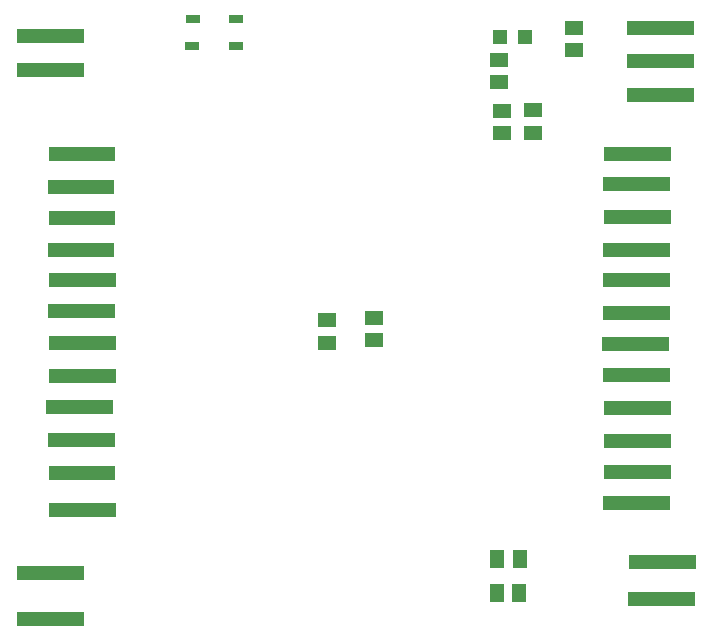
<source format=gbr>
G04 #@! TF.FileFunction,Paste,Top*
%FSLAX46Y46*%
G04 Gerber Fmt 4.6, Leading zero omitted, Abs format (unit mm)*
G04 Created by KiCad (PCBNEW 4.0.6) date 05/08/17 07:17:05*
%MOMM*%
%LPD*%
G01*
G04 APERTURE LIST*
%ADD10C,0.100000*%
%ADD11R,1.200000X1.200000*%
%ADD12R,1.500000X1.300000*%
%ADD13C,1.100000*%
%ADD14R,0.635000X1.270000*%
%ADD15R,1.300000X1.500000*%
%ADD16R,1.200000X0.700000*%
G04 APERTURE END LIST*
D10*
D11*
X191161900Y-80426500D03*
X193261900Y-80426500D03*
D12*
X176540100Y-104393900D03*
X176540100Y-106293900D03*
X191071100Y-82356700D03*
X191071100Y-84256700D03*
D13*
X203057700Y-90281700D03*
D14*
X203438700Y-90281700D03*
X204073700Y-90281700D03*
X202803700Y-90281700D03*
X202168700Y-90281700D03*
X201533700Y-90281700D03*
X204670600Y-90281700D03*
X205267500Y-90281700D03*
X200911400Y-90281700D03*
X200289100Y-90281700D03*
D13*
X205013500Y-82407700D03*
D14*
X205394500Y-82407700D03*
X206029500Y-82407700D03*
X204759500Y-82407700D03*
X204124500Y-82407700D03*
X203489500Y-82407700D03*
X206626400Y-82407700D03*
X207223300Y-82407700D03*
X202867200Y-82407700D03*
X202244900Y-82407700D03*
D13*
X156042300Y-90332500D03*
D14*
X156423300Y-90332500D03*
X157058300Y-90332500D03*
X155788300Y-90332500D03*
X155153300Y-90332500D03*
X154518300Y-90332500D03*
X157655200Y-90332500D03*
X158252100Y-90332500D03*
X153896000Y-90332500D03*
X153273700Y-90332500D03*
D13*
X153375300Y-80324900D03*
D14*
X153756300Y-80324900D03*
X154391300Y-80324900D03*
X153121300Y-80324900D03*
X152486300Y-80324900D03*
X151851300Y-80324900D03*
X154988200Y-80324900D03*
X155585100Y-80324900D03*
X151229000Y-80324900D03*
X150606700Y-80324900D03*
D13*
X202981500Y-103769100D03*
D14*
X203362500Y-103769100D03*
X203997500Y-103769100D03*
X202727500Y-103769100D03*
X202092500Y-103769100D03*
X201457500Y-103769100D03*
X204594400Y-103769100D03*
X205191300Y-103769100D03*
X200835200Y-103769100D03*
X200212900Y-103769100D03*
D13*
X202879900Y-106385300D03*
D14*
X203260900Y-106385300D03*
X203895900Y-106385300D03*
X202625900Y-106385300D03*
X201990900Y-106385300D03*
X201355900Y-106385300D03*
X204492800Y-106385300D03*
X205089700Y-106385300D03*
X200733600Y-106385300D03*
X200111300Y-106385300D03*
D13*
X156067700Y-106309100D03*
D14*
X156448700Y-106309100D03*
X157083700Y-106309100D03*
X155813700Y-106309100D03*
X155178700Y-106309100D03*
X154543700Y-106309100D03*
X157680600Y-106309100D03*
X158277500Y-106309100D03*
X153921400Y-106309100D03*
X153299100Y-106309100D03*
D13*
X202981500Y-109026900D03*
D14*
X203362500Y-109026900D03*
X203997500Y-109026900D03*
X202727500Y-109026900D03*
X202092500Y-109026900D03*
X201457500Y-109026900D03*
X204594400Y-109026900D03*
X205191300Y-109026900D03*
X200835200Y-109026900D03*
X200212900Y-109026900D03*
D13*
X156093100Y-109077700D03*
D14*
X156474100Y-109077700D03*
X157109100Y-109077700D03*
X155839100Y-109077700D03*
X155204100Y-109077700D03*
X154569100Y-109077700D03*
X157706000Y-109077700D03*
X158302900Y-109077700D03*
X153946800Y-109077700D03*
X153324500Y-109077700D03*
D13*
X203006900Y-92897900D03*
D14*
X203387900Y-92897900D03*
X204022900Y-92897900D03*
X202752900Y-92897900D03*
X202117900Y-92897900D03*
X201482900Y-92897900D03*
X204619800Y-92897900D03*
X205216700Y-92897900D03*
X200860600Y-92897900D03*
X200238300Y-92897900D03*
D13*
X203057700Y-114614900D03*
D14*
X203438700Y-114614900D03*
X204073700Y-114614900D03*
X202803700Y-114614900D03*
X202168700Y-114614900D03*
X201533700Y-114614900D03*
X204670600Y-114614900D03*
X205267500Y-114614900D03*
X200911400Y-114614900D03*
X200289100Y-114614900D03*
D13*
X156016900Y-114513300D03*
D14*
X156397900Y-114513300D03*
X157032900Y-114513300D03*
X155762900Y-114513300D03*
X155127900Y-114513300D03*
X154492900Y-114513300D03*
X157629800Y-114513300D03*
X158226700Y-114513300D03*
X153870600Y-114513300D03*
X153248300Y-114513300D03*
D13*
X202981500Y-98409700D03*
D14*
X203362500Y-98409700D03*
X203997500Y-98409700D03*
X202727500Y-98409700D03*
X202092500Y-98409700D03*
X201457500Y-98409700D03*
X204594400Y-98409700D03*
X205191300Y-98409700D03*
X200835200Y-98409700D03*
X200212900Y-98409700D03*
D13*
X155966100Y-98409700D03*
D14*
X156347100Y-98409700D03*
X156982100Y-98409700D03*
X155712100Y-98409700D03*
X155077100Y-98409700D03*
X154442100Y-98409700D03*
X157579000Y-98409700D03*
X158175900Y-98409700D03*
X153819800Y-98409700D03*
X153197500Y-98409700D03*
D13*
X205038900Y-85354100D03*
D14*
X205419900Y-85354100D03*
X206054900Y-85354100D03*
X204784900Y-85354100D03*
X204149900Y-85354100D03*
X203514900Y-85354100D03*
X206651800Y-85354100D03*
X207248700Y-85354100D03*
X202892600Y-85354100D03*
X202270300Y-85354100D03*
D13*
X205115100Y-127975300D03*
D14*
X205496100Y-127975300D03*
X206131100Y-127975300D03*
X204861100Y-127975300D03*
X204226100Y-127975300D03*
X203591100Y-127975300D03*
X206728000Y-127975300D03*
X207324900Y-127975300D03*
X202968800Y-127975300D03*
X202346500Y-127975300D03*
D13*
X205165900Y-124876500D03*
D14*
X205546900Y-124876500D03*
X206181900Y-124876500D03*
X204911900Y-124876500D03*
X204276900Y-124876500D03*
X203641900Y-124876500D03*
X206778800Y-124876500D03*
X207375700Y-124876500D03*
X203019600Y-124876500D03*
X202397300Y-124876500D03*
D13*
X153375300Y-83245900D03*
D14*
X153756300Y-83245900D03*
X154391300Y-83245900D03*
X153121300Y-83245900D03*
X152486300Y-83245900D03*
X151851300Y-83245900D03*
X154988200Y-83245900D03*
X155585100Y-83245900D03*
X151229000Y-83245900D03*
X150606700Y-83245900D03*
D13*
X153349900Y-129702500D03*
D14*
X153730900Y-129702500D03*
X154365900Y-129702500D03*
X153095900Y-129702500D03*
X152460900Y-129702500D03*
X151825900Y-129702500D03*
X154962800Y-129702500D03*
X155559700Y-129702500D03*
X151203600Y-129702500D03*
X150581300Y-129702500D03*
D13*
X153400700Y-125790900D03*
D14*
X153781700Y-125790900D03*
X154416700Y-125790900D03*
X153146700Y-125790900D03*
X152511700Y-125790900D03*
X151876700Y-125790900D03*
X155013600Y-125790900D03*
X155610500Y-125790900D03*
X151254400Y-125790900D03*
X150632100Y-125790900D03*
D13*
X155966100Y-93126500D03*
D14*
X156347100Y-93126500D03*
X156982100Y-93126500D03*
X155712100Y-93126500D03*
X155077100Y-93126500D03*
X154442100Y-93126500D03*
X157579000Y-93126500D03*
X158175900Y-93126500D03*
X153819800Y-93126500D03*
X153197500Y-93126500D03*
D13*
X156042300Y-95742700D03*
D14*
X156423300Y-95742700D03*
X157058300Y-95742700D03*
X155788300Y-95742700D03*
X155153300Y-95742700D03*
X154518300Y-95742700D03*
X157655200Y-95742700D03*
X158252100Y-95742700D03*
X153896000Y-95742700D03*
X153273700Y-95742700D03*
D13*
X156016900Y-103642100D03*
D14*
X156397900Y-103642100D03*
X157032900Y-103642100D03*
X155762900Y-103642100D03*
X155127900Y-103642100D03*
X154492900Y-103642100D03*
X157629800Y-103642100D03*
X158226700Y-103642100D03*
X153870600Y-103642100D03*
X153248300Y-103642100D03*
D13*
X155864500Y-111770100D03*
D14*
X156245500Y-111770100D03*
X156880500Y-111770100D03*
X155610500Y-111770100D03*
X154975500Y-111770100D03*
X154340500Y-111770100D03*
X157477400Y-111770100D03*
X158074300Y-111770100D03*
X153718200Y-111770100D03*
X153095900Y-111770100D03*
D13*
X156067700Y-120431500D03*
D14*
X156448700Y-120431500D03*
X157083700Y-120431500D03*
X155813700Y-120431500D03*
X155178700Y-120431500D03*
X154543700Y-120431500D03*
X157680600Y-120431500D03*
X158277500Y-120431500D03*
X153921400Y-120431500D03*
X153299100Y-120431500D03*
D12*
X180451700Y-106065300D03*
X180451700Y-104165300D03*
D13*
X205038900Y-79639100D03*
D14*
X205419900Y-79639100D03*
X206054900Y-79639100D03*
X204784900Y-79639100D03*
X204149900Y-79639100D03*
X203514900Y-79639100D03*
X206651800Y-79639100D03*
X207248700Y-79639100D03*
X202892600Y-79639100D03*
X202270300Y-79639100D03*
D13*
X202981500Y-119898100D03*
D14*
X203362500Y-119898100D03*
X203997500Y-119898100D03*
X202727500Y-119898100D03*
X202092500Y-119898100D03*
X201457500Y-119898100D03*
X204594400Y-119898100D03*
X205191300Y-119898100D03*
X200835200Y-119898100D03*
X200212900Y-119898100D03*
D13*
X203057700Y-111846300D03*
D14*
X203438700Y-111846300D03*
X204073700Y-111846300D03*
X202803700Y-111846300D03*
X202168700Y-111846300D03*
X201533700Y-111846300D03*
X204670600Y-111846300D03*
X205267500Y-111846300D03*
X200911400Y-111846300D03*
X200289100Y-111846300D03*
D15*
X190931700Y-124571700D03*
X192831700Y-124571700D03*
D12*
X197393500Y-81528900D03*
X197393500Y-79628900D03*
D15*
X190880900Y-127452900D03*
X192780900Y-127452900D03*
D13*
X203057700Y-95666500D03*
D14*
X203438700Y-95666500D03*
X204073700Y-95666500D03*
X202803700Y-95666500D03*
X202168700Y-95666500D03*
X201533700Y-95666500D03*
X204670600Y-95666500D03*
X205267500Y-95666500D03*
X200911400Y-95666500D03*
X200289100Y-95666500D03*
D13*
X203108500Y-117281900D03*
D14*
X203489500Y-117281900D03*
X204124500Y-117281900D03*
X202854500Y-117281900D03*
X202219500Y-117281900D03*
X201584500Y-117281900D03*
X204721400Y-117281900D03*
X205318300Y-117281900D03*
X200962200Y-117281900D03*
X200339900Y-117281900D03*
D13*
X156042300Y-117307300D03*
D14*
X156423300Y-117307300D03*
X157058300Y-117307300D03*
X155788300Y-117307300D03*
X155153300Y-117307300D03*
X154518300Y-117307300D03*
X157655200Y-117307300D03*
X158252100Y-117307300D03*
X153896000Y-117307300D03*
X153273700Y-117307300D03*
D13*
X203006900Y-100975100D03*
D14*
X203387900Y-100975100D03*
X204022900Y-100975100D03*
X202752900Y-100975100D03*
X202117900Y-100975100D03*
X201482900Y-100975100D03*
X204619800Y-100975100D03*
X205216700Y-100975100D03*
X200860600Y-100975100D03*
X200238300Y-100975100D03*
D13*
X156067700Y-100949700D03*
D14*
X156448700Y-100949700D03*
X157083700Y-100949700D03*
X155813700Y-100949700D03*
X155178700Y-100949700D03*
X154543700Y-100949700D03*
X157680600Y-100949700D03*
X158277500Y-100949700D03*
X153921400Y-100949700D03*
X153299100Y-100949700D03*
D12*
X193984300Y-86615500D03*
X193984300Y-88515500D03*
X191351300Y-86648900D03*
X191351300Y-88548900D03*
D16*
X165110100Y-81154900D03*
X168810100Y-81154900D03*
X165142100Y-78879900D03*
X168842100Y-78879900D03*
M02*

</source>
